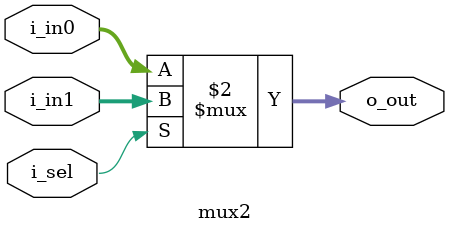
<source format=v>
module mux2
  (
    input [6:0] i_in0, i_in1,
    input i_sel, 
    output [6:0] o_out
  );

  assign o_out = (i_sel == 1'b0) ? i_in0 : i_in1;
  
endmodule
</source>
